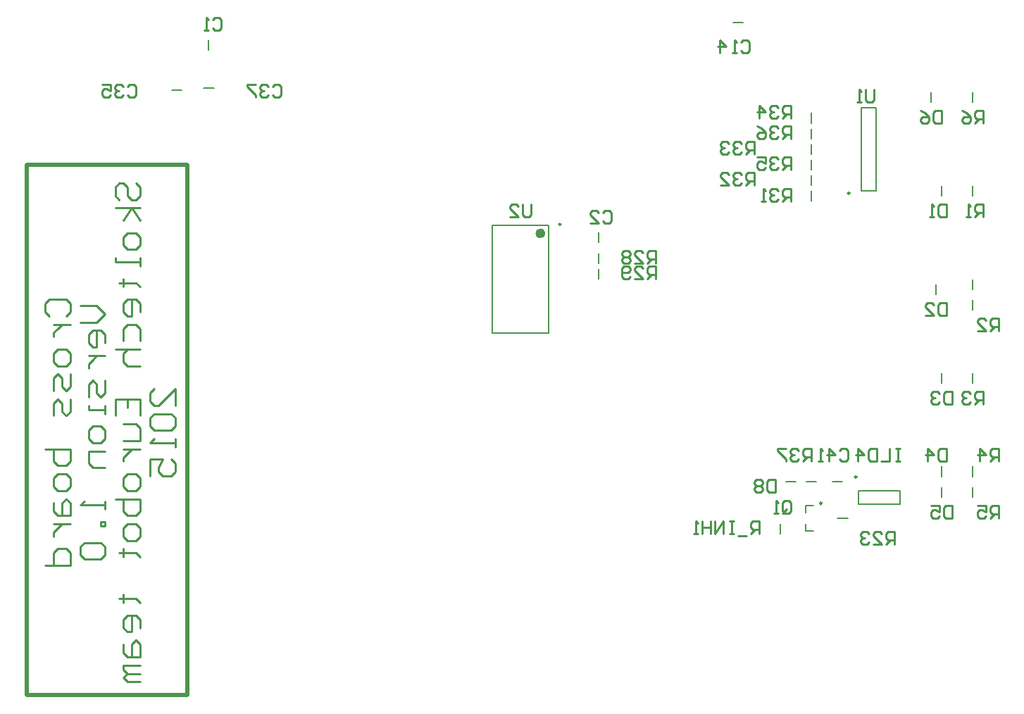
<source format=gbo>
G04 Layer_Color=32896*
%FSAX44Y44*%
%MOMM*%
G71*
G01*
G75*
%ADD17C,0.2540*%
%ADD18C,0.5000*%
%ADD35C,0.2500*%
%ADD36C,0.6000*%
%ADD37C,0.2000*%
D17*
X00606501Y00828330D02*
X00601502Y00833328D01*
Y00843325D01*
X00606501Y00848323D01*
X00626494D01*
X00631493Y00843325D01*
Y00833328D01*
X00626494Y00828330D01*
X00611499Y00818333D02*
X00631493D01*
X00621496D01*
X00616498Y00813335D01*
X00611499Y00808336D01*
Y00803338D01*
X00631493Y00783344D02*
Y00773347D01*
X00626494Y00768349D01*
X00616498D01*
X00611499Y00773347D01*
Y00783344D01*
X00616498Y00788343D01*
X00626494D01*
X00631493Y00783344D01*
Y00758352D02*
Y00743357D01*
X00626494Y00738359D01*
X00621496Y00743357D01*
Y00753354D01*
X00616498Y00758352D01*
X00611499Y00753354D01*
Y00738359D01*
X00631493Y00728362D02*
Y00713367D01*
X00626494Y00708369D01*
X00621496Y00713367D01*
Y00723364D01*
X00616498Y00728362D01*
X00611499Y00723364D01*
Y00708369D01*
X00601502Y00668382D02*
X00631493D01*
Y00653386D01*
X00626494Y00648388D01*
X00621496D01*
X00616498D01*
X00611499Y00653386D01*
Y00668382D01*
X00631493Y00633393D02*
Y00623396D01*
X00626494Y00618398D01*
X00616498D01*
X00611499Y00623396D01*
Y00633393D01*
X00616498Y00638391D01*
X00626494D01*
X00631493Y00633393D01*
X00611499Y00603402D02*
Y00593406D01*
X00616498Y00588407D01*
X00631493D01*
Y00603402D01*
X00626494Y00608401D01*
X00621496Y00603402D01*
Y00588407D01*
X00611499Y00578411D02*
X00631493D01*
X00621496D01*
X00616498Y00573412D01*
X00611499Y00568414D01*
Y00563415D01*
X00601502Y00528427D02*
X00631493D01*
Y00543422D01*
X00626494Y00548420D01*
X00616498D01*
X00611499Y00543422D01*
Y00528427D01*
X00643587Y00840826D02*
X00663580D01*
X00673577Y00830829D01*
X00663580Y00820832D01*
X00643587D01*
X00673577Y00795840D02*
Y00805837D01*
X00668579Y00810835D01*
X00658582D01*
X00653584Y00805837D01*
Y00795840D01*
X00658582Y00790842D01*
X00663580D01*
Y00810835D01*
X00653584Y00780845D02*
X00673577D01*
X00663580D01*
X00658582Y00775847D01*
X00653584Y00770848D01*
Y00765850D01*
X00673577Y00750855D02*
Y00735860D01*
X00668579Y00730861D01*
X00663580Y00735860D01*
Y00745856D01*
X00658582Y00750855D01*
X00653584Y00745856D01*
Y00730861D01*
X00673577Y00720864D02*
Y00710868D01*
Y00715866D01*
X00653584D01*
Y00720864D01*
X00673577Y00690874D02*
Y00680878D01*
X00668579Y00675879D01*
X00658582D01*
X00653584Y00680878D01*
Y00690874D01*
X00658582Y00695873D01*
X00668579D01*
X00673577Y00690874D01*
Y00665882D02*
X00653584D01*
Y00650887D01*
X00658582Y00645889D01*
X00673577D01*
Y00605902D02*
Y00595905D01*
Y00600903D01*
X00643587D01*
X00648585Y00605902D01*
X00673577Y00580910D02*
X00668579D01*
Y00575911D01*
X00673577D01*
Y00580910D01*
X00648585Y00555918D02*
X00643587Y00550919D01*
Y00540923D01*
X00648585Y00535924D01*
X00668579D01*
X00673577Y00540923D01*
Y00550919D01*
X00668579Y00555918D01*
X00648585D01*
X00690669Y00968284D02*
X00685671Y00973283D01*
Y00983279D01*
X00690669Y00988278D01*
X00695668D01*
X00700666Y00983279D01*
Y00973283D01*
X00705665Y00968284D01*
X00710663D01*
X00715661Y00973283D01*
Y00983279D01*
X00710663Y00988278D01*
X00715661Y00958288D02*
X00685671D01*
X00705665D02*
X00695668Y00943292D01*
X00705665Y00958288D02*
X00715661Y00943292D01*
Y00923299D02*
Y00913302D01*
X00710663Y00908304D01*
X00700666D01*
X00695668Y00913302D01*
Y00923299D01*
X00700666Y00928297D01*
X00710663D01*
X00715661Y00923299D01*
Y00898307D02*
Y00888310D01*
Y00893309D01*
X00685671D01*
Y00898307D01*
X00690669Y00868317D02*
X00695668D01*
Y00873315D01*
Y00863318D01*
Y00868317D01*
X00710663D01*
X00715661Y00863318D01*
Y00833328D02*
Y00843325D01*
X00710663Y00848323D01*
X00700666D01*
X00695668Y00843325D01*
Y00833328D01*
X00700666Y00828330D01*
X00705665D01*
Y00848323D01*
X00695668Y00798339D02*
Y00813335D01*
X00700666Y00818333D01*
X00710663D01*
X00715661Y00813335D01*
Y00798339D01*
X00685671Y00788343D02*
X00715661D01*
X00700666D01*
X00695668Y00783344D01*
Y00773347D01*
X00700666Y00768349D01*
X00715661D01*
X00685671Y00708369D02*
Y00728362D01*
X00715661D01*
Y00708369D01*
X00700666Y00728362D02*
Y00718365D01*
X00695668Y00698372D02*
X00710663D01*
X00715661Y00693373D01*
Y00678378D01*
X00695668D01*
Y00668382D02*
X00715661D01*
X00705665D01*
X00700666Y00663383D01*
X00695668Y00658385D01*
Y00653386D01*
X00715661Y00633393D02*
Y00623396D01*
X00710663Y00618398D01*
X00700666D01*
X00695668Y00623396D01*
Y00633393D01*
X00700666Y00638391D01*
X00710663D01*
X00715661Y00633393D01*
X00685671Y00608401D02*
X00715661D01*
Y00593406D01*
X00710663Y00588407D01*
X00705665D01*
X00700666D01*
X00695668Y00593406D01*
Y00608401D01*
X00715661Y00573412D02*
Y00563415D01*
X00710663Y00558417D01*
X00700666D01*
X00695668Y00563415D01*
Y00573412D01*
X00700666Y00578411D01*
X00710663D01*
X00715661Y00573412D01*
X00690669Y00543422D02*
X00695668D01*
Y00548420D01*
Y00538424D01*
Y00543422D01*
X00710663D01*
X00715661Y00538424D01*
X00690669Y00488440D02*
X00695668D01*
Y00493438D01*
Y00483441D01*
Y00488440D01*
X00710663D01*
X00715661Y00483441D01*
Y00453451D02*
Y00463448D01*
X00710663Y00468446D01*
X00700666D01*
X00695668Y00463448D01*
Y00453451D01*
X00700666Y00448453D01*
X00705665D01*
Y00468446D01*
X00695668Y00433457D02*
Y00423461D01*
X00700666Y00418462D01*
X00715661D01*
Y00433457D01*
X00710663Y00438456D01*
X00705665Y00433457D01*
Y00418462D01*
X00715661Y00408466D02*
X00695668D01*
Y00403467D01*
X00700666Y00398469D01*
X00715661D01*
X00700666D01*
X00695668Y00393470D01*
X00700666Y00388472D01*
X00715661D01*
X00757746Y00720864D02*
Y00740858D01*
X00737752Y00720864D01*
X00732754D01*
X00727756Y00725863D01*
Y00735860D01*
X00732754Y00740858D01*
Y00710868D02*
X00727756Y00705869D01*
Y00695873D01*
X00732754Y00690874D01*
X00752747D01*
X00757746Y00695873D01*
Y00705869D01*
X00752747Y00710868D01*
X00732754D01*
X00757746Y00680878D02*
Y00670881D01*
Y00675879D01*
X00727756D01*
X00732754Y00680878D01*
X00727756Y00635892D02*
Y00655885D01*
X00742751D01*
X00737752Y00645889D01*
Y00640890D01*
X00742751Y00635892D01*
X00752747D01*
X00757746Y00640890D01*
Y00650887D01*
X00752747Y00655885D01*
X01437593Y01157446D02*
X01440132Y01159985D01*
X01445211D01*
X01447750Y01157446D01*
Y01147289D01*
X01445211Y01144750D01*
X01440132D01*
X01437593Y01147289D01*
X01432515Y01144750D02*
X01427437D01*
X01429976D01*
Y01159985D01*
X01432515Y01157446D01*
X01412202Y01144750D02*
Y01159985D01*
X01419819Y01152368D01*
X01409662D01*
X00875093Y01104196D02*
X00877633Y01106735D01*
X00882711D01*
X00885250Y01104196D01*
Y01094039D01*
X00882711Y01091500D01*
X00877633D01*
X00875093Y01094039D01*
X00870015Y01104196D02*
X00867476Y01106735D01*
X00862397D01*
X00859858Y01104196D01*
Y01101657D01*
X00862397Y01099118D01*
X00864937D01*
X00862397D01*
X00859858Y01096578D01*
Y01094039D01*
X00862397Y01091500D01*
X00867476D01*
X00870015Y01094039D01*
X00854780Y01106735D02*
X00844623D01*
Y01104196D01*
X00854780Y01094039D01*
Y01091500D01*
X00700093Y01104196D02*
X00702633Y01106735D01*
X00707711D01*
X00710250Y01104196D01*
Y01094039D01*
X00707711Y01091500D01*
X00702633D01*
X00700093Y01094039D01*
X00695015Y01104196D02*
X00692476Y01106735D01*
X00687397D01*
X00684858Y01104196D01*
Y01101657D01*
X00687397Y01099118D01*
X00689937D01*
X00687397D01*
X00684858Y01096578D01*
Y01094039D01*
X00687397Y01091500D01*
X00692476D01*
X00695015Y01094039D01*
X00669623Y01106735D02*
X00679780D01*
Y01099118D01*
X00674702Y01101657D01*
X00672162D01*
X00669623Y01099118D01*
Y01094039D01*
X00672162Y01091500D01*
X00677241D01*
X00679780Y01094039D01*
X01747750Y00654000D02*
Y00669235D01*
X01740132D01*
X01737593Y00666696D01*
Y00661618D01*
X01740132Y00659078D01*
X01747750D01*
X01742672D02*
X01737593Y00654000D01*
X01724897D02*
Y00669235D01*
X01732515Y00661618D01*
X01722358D01*
X01185250Y00962985D02*
Y00950289D01*
X01182711Y00947750D01*
X01177633D01*
X01175093Y00950289D01*
Y00962985D01*
X01159858Y00947750D02*
X01170015D01*
X01159858Y00957907D01*
Y00960446D01*
X01162397Y00962985D01*
X01167476D01*
X01170015Y00960446D01*
X01597750Y01100485D02*
Y01087789D01*
X01595211Y01085250D01*
X01590132D01*
X01587593Y01087789D01*
Y01100485D01*
X01582515Y01085250D02*
X01577437D01*
X01579976D01*
Y01100485D01*
X01582515Y01097946D01*
X01460250Y00566500D02*
Y00581735D01*
X01452632D01*
X01450093Y00579196D01*
Y00574118D01*
X01452632Y00571578D01*
X01460250D01*
X01455172D02*
X01450093Y00566500D01*
X01445015Y00563961D02*
X01434858D01*
X01429780Y00581735D02*
X01424702D01*
X01427241D01*
Y00566500D01*
X01429780D01*
X01424702D01*
X01417084D02*
Y00581735D01*
X01406927Y00566500D01*
Y00581735D01*
X01401849D02*
Y00566500D01*
Y00574118D01*
X01391692D01*
Y00581735D01*
Y00566500D01*
X01386614D02*
X01381535D01*
X01384075D01*
Y00581735D01*
X01386614Y00579196D01*
X01335250Y00891500D02*
Y00906735D01*
X01327632D01*
X01325093Y00904196D01*
Y00899118D01*
X01327632Y00896578D01*
X01335250D01*
X01330172D02*
X01325093Y00891500D01*
X01309858D02*
X01320015D01*
X01309858Y00901657D01*
Y00904196D01*
X01312397Y00906735D01*
X01317476D01*
X01320015Y00904196D01*
X01304780D02*
X01302241Y00906735D01*
X01297162D01*
X01294623Y00904196D01*
Y00901657D01*
X01297162Y00899118D01*
X01294623Y00896578D01*
Y00894039D01*
X01297162Y00891500D01*
X01302241D01*
X01304780Y00894039D01*
Y00896578D01*
X01302241Y00899118D01*
X01304780Y00901657D01*
Y00904196D01*
X01302241Y00899118D02*
X01297162D01*
X01335250Y00872750D02*
Y00887985D01*
X01327632D01*
X01325093Y00885446D01*
Y00880368D01*
X01327632Y00877828D01*
X01335250D01*
X01330172D02*
X01325093Y00872750D01*
X01309858D02*
X01320015D01*
X01309858Y00882907D01*
Y00885446D01*
X01312397Y00887985D01*
X01317476D01*
X01320015Y00885446D01*
X01304780Y00875289D02*
X01302241Y00872750D01*
X01297162D01*
X01294623Y00875289D01*
Y00885446D01*
X01297162Y00887985D01*
X01302241D01*
X01304780Y00885446D01*
Y00882907D01*
X01302241Y00880368D01*
X01294623D01*
X01522750Y00654000D02*
Y00669235D01*
X01515132D01*
X01512593Y00666696D01*
Y00661618D01*
X01515132Y00659078D01*
X01522750D01*
X01517672D02*
X01512593Y00654000D01*
X01507515Y00666696D02*
X01504976Y00669235D01*
X01499897D01*
X01497358Y00666696D01*
Y00664157D01*
X01499897Y00661618D01*
X01502437D01*
X01499897D01*
X01497358Y00659078D01*
Y00656539D01*
X01499897Y00654000D01*
X01504976D01*
X01507515Y00656539D01*
X01492280Y00669235D02*
X01482123D01*
Y00666696D01*
X01492280Y00656539D01*
Y00654000D01*
X01497750Y01041500D02*
Y01056735D01*
X01490132D01*
X01487593Y01054196D01*
Y01049118D01*
X01490132Y01046578D01*
X01497750D01*
X01492672D02*
X01487593Y01041500D01*
X01482515Y01054196D02*
X01479976Y01056735D01*
X01474897D01*
X01472358Y01054196D01*
Y01051657D01*
X01474897Y01049118D01*
X01477437D01*
X01474897D01*
X01472358Y01046578D01*
Y01044039D01*
X01474897Y01041500D01*
X01479976D01*
X01482515Y01044039D01*
X01457123Y01056735D02*
X01462202Y01054196D01*
X01467280Y01049118D01*
Y01044039D01*
X01464741Y01041500D01*
X01459662D01*
X01457123Y01044039D01*
Y01046578D01*
X01459662Y01049118D01*
X01467280D01*
X01497750Y01004000D02*
Y01019235D01*
X01490132D01*
X01487593Y01016696D01*
Y01011618D01*
X01490132Y01009078D01*
X01497750D01*
X01492672D02*
X01487593Y01004000D01*
X01482515Y01016696D02*
X01479976Y01019235D01*
X01474897D01*
X01472358Y01016696D01*
Y01014157D01*
X01474897Y01011618D01*
X01477437D01*
X01474897D01*
X01472358Y01009078D01*
Y01006539D01*
X01474897Y01004000D01*
X01479976D01*
X01482515Y01006539D01*
X01457123Y01019235D02*
X01467280D01*
Y01011618D01*
X01462202Y01014157D01*
X01459662D01*
X01457123Y01011618D01*
Y01006539D01*
X01459662Y01004000D01*
X01464741D01*
X01467280Y01006539D01*
X01497750Y01066500D02*
Y01081735D01*
X01490132D01*
X01487593Y01079196D01*
Y01074118D01*
X01490132Y01071578D01*
X01497750D01*
X01492672D02*
X01487593Y01066500D01*
X01482515Y01079196D02*
X01479976Y01081735D01*
X01474897D01*
X01472358Y01079196D01*
Y01076657D01*
X01474897Y01074118D01*
X01477437D01*
X01474897D01*
X01472358Y01071578D01*
Y01069039D01*
X01474897Y01066500D01*
X01479976D01*
X01482515Y01069039D01*
X01459662Y01066500D02*
Y01081735D01*
X01467280Y01074118D01*
X01457123D01*
X01454000Y00985250D02*
Y01000485D01*
X01446382D01*
X01443843Y00997946D01*
Y00992868D01*
X01446382Y00990328D01*
X01454000D01*
X01448922D02*
X01443843Y00985250D01*
X01438765Y00997946D02*
X01436226Y01000485D01*
X01431147D01*
X01428608Y00997946D01*
Y00995407D01*
X01431147Y00992868D01*
X01433687D01*
X01431147D01*
X01428608Y00990328D01*
Y00987789D01*
X01431147Y00985250D01*
X01436226D01*
X01438765Y00987789D01*
X01413373Y00985250D02*
X01423530D01*
X01413373Y00995407D01*
Y00997946D01*
X01415912Y01000485D01*
X01420991D01*
X01423530Y00997946D01*
X01454000Y01022750D02*
Y01037985D01*
X01446382D01*
X01443843Y01035446D01*
Y01030368D01*
X01446382Y01027828D01*
X01454000D01*
X01448922D02*
X01443843Y01022750D01*
X01438765Y01035446D02*
X01436226Y01037985D01*
X01431147D01*
X01428608Y01035446D01*
Y01032907D01*
X01431147Y01030368D01*
X01433687D01*
X01431147D01*
X01428608Y01027828D01*
Y01025289D01*
X01431147Y01022750D01*
X01436226D01*
X01438765Y01025289D01*
X01423530Y01035446D02*
X01420991Y01037985D01*
X01415912D01*
X01413373Y01035446D01*
Y01032907D01*
X01415912Y01030368D01*
X01418452D01*
X01415912D01*
X01413373Y01027828D01*
Y01025289D01*
X01415912Y01022750D01*
X01420991D01*
X01423530Y01025289D01*
X01497750Y00966500D02*
Y00981735D01*
X01490132D01*
X01487593Y00979196D01*
Y00974118D01*
X01490132Y00971578D01*
X01497750D01*
X01492672D02*
X01487593Y00966500D01*
X01482515Y00979196D02*
X01479976Y00981735D01*
X01474897D01*
X01472358Y00979196D01*
Y00976657D01*
X01474897Y00974118D01*
X01477437D01*
X01474897D01*
X01472358Y00971578D01*
Y00969039D01*
X01474897Y00966500D01*
X01479976D01*
X01482515Y00969039D01*
X01467280Y00966500D02*
X01462202D01*
X01464741D01*
Y00981735D01*
X01467280Y00979196D01*
X01622750Y00554000D02*
Y00569235D01*
X01615132D01*
X01612593Y00566696D01*
Y00561618D01*
X01615132Y00559078D01*
X01622750D01*
X01617672D02*
X01612593Y00554000D01*
X01597358D02*
X01607515D01*
X01597358Y00564157D01*
Y00566696D01*
X01599897Y00569235D01*
X01604976D01*
X01607515Y00566696D01*
X01592280D02*
X01589741Y00569235D01*
X01584662D01*
X01582123Y00566696D01*
Y00564157D01*
X01584662Y00561618D01*
X01587202D01*
X01584662D01*
X01582123Y00559078D01*
Y00556539D01*
X01584662Y00554000D01*
X01589741D01*
X01592280Y00556539D01*
X01729000Y01060250D02*
Y01075485D01*
X01721382D01*
X01718843Y01072946D01*
Y01067868D01*
X01721382Y01065328D01*
X01729000D01*
X01723922D02*
X01718843Y01060250D01*
X01703608Y01075485D02*
X01708687Y01072946D01*
X01713765Y01067868D01*
Y01062789D01*
X01711226Y01060250D01*
X01706147D01*
X01703608Y01062789D01*
Y01065328D01*
X01706147Y01067868D01*
X01713765D01*
X01747750Y00585250D02*
Y00600485D01*
X01740132D01*
X01737593Y00597946D01*
Y00592868D01*
X01740132Y00590328D01*
X01747750D01*
X01742672D02*
X01737593Y00585250D01*
X01722358Y00600485D02*
X01732515D01*
Y00592868D01*
X01727437Y00595407D01*
X01724897D01*
X01722358Y00592868D01*
Y00587789D01*
X01724897Y00585250D01*
X01729976D01*
X01732515Y00587789D01*
X01729000Y00722750D02*
Y00737985D01*
X01721382D01*
X01718843Y00735446D01*
Y00730368D01*
X01721382Y00727828D01*
X01729000D01*
X01723922D02*
X01718843Y00722750D01*
X01713765Y00735446D02*
X01711226Y00737985D01*
X01706147D01*
X01703608Y00735446D01*
Y00732907D01*
X01706147Y00730368D01*
X01708687D01*
X01706147D01*
X01703608Y00727828D01*
Y00725289D01*
X01706147Y00722750D01*
X01711226D01*
X01713765Y00725289D01*
X01747750Y00810250D02*
Y00825485D01*
X01740132D01*
X01737593Y00822946D01*
Y00817868D01*
X01740132Y00815328D01*
X01747750D01*
X01742672D02*
X01737593Y00810250D01*
X01722358D02*
X01732515D01*
X01722358Y00820407D01*
Y00822946D01*
X01724897Y00825485D01*
X01729976D01*
X01732515Y00822946D01*
X01729000Y00947750D02*
Y00962985D01*
X01721382D01*
X01718843Y00960446D01*
Y00955368D01*
X01721382Y00952828D01*
X01729000D01*
X01723922D02*
X01718843Y00947750D01*
X01713765D02*
X01708687D01*
X01711226D01*
Y00962985D01*
X01713765Y00960446D01*
X01629000Y00669235D02*
X01623922D01*
X01626461D01*
Y00654000D01*
X01629000D01*
X01623922D01*
X01616304Y00669235D02*
Y00654000D01*
X01606147D01*
X01601069Y00669235D02*
Y00654000D01*
X01593452D01*
X01590912Y00656539D01*
Y00666696D01*
X01593452Y00669235D01*
X01601069D01*
X01578216Y00654000D02*
Y00669235D01*
X01585834Y00661618D01*
X01575677D01*
X01479000Y00631735D02*
Y00616500D01*
X01471382D01*
X01468843Y00619039D01*
Y00629196D01*
X01471382Y00631735D01*
X01479000D01*
X01463765Y00629196D02*
X01461226Y00631735D01*
X01456147D01*
X01453608Y00629196D01*
Y00626657D01*
X01456147Y00624118D01*
X01453608Y00621578D01*
Y00619039D01*
X01456147Y00616500D01*
X01461226D01*
X01463765Y00619039D01*
Y00621578D01*
X01461226Y00624118D01*
X01463765Y00626657D01*
Y00629196D01*
X01461226Y00624118D02*
X01456147D01*
X01679000Y01075485D02*
Y01060250D01*
X01671382D01*
X01668843Y01062789D01*
Y01072946D01*
X01671382Y01075485D01*
X01679000D01*
X01653608D02*
X01658687Y01072946D01*
X01663765Y01067868D01*
Y01062789D01*
X01661226Y01060250D01*
X01656147D01*
X01653608Y01062789D01*
Y01065328D01*
X01656147Y01067868D01*
X01663765D01*
X01691500Y00600485D02*
Y00585250D01*
X01683882D01*
X01681343Y00587789D01*
Y00597946D01*
X01683882Y00600485D01*
X01691500D01*
X01666108D02*
X01676265D01*
Y00592868D01*
X01671187Y00595407D01*
X01668647D01*
X01666108Y00592868D01*
Y00587789D01*
X01668647Y00585250D01*
X01673726D01*
X01676265Y00587789D01*
X01685250Y00669235D02*
Y00654000D01*
X01677632D01*
X01675093Y00656539D01*
Y00666696D01*
X01677632Y00669235D01*
X01685250D01*
X01662397Y00654000D02*
Y00669235D01*
X01670015Y00661618D01*
X01659858D01*
X01691500Y00737985D02*
Y00722750D01*
X01683882D01*
X01681343Y00725289D01*
Y00735446D01*
X01683882Y00737985D01*
X01691500D01*
X01676265Y00735446D02*
X01673726Y00737985D01*
X01668647D01*
X01666108Y00735446D01*
Y00732907D01*
X01668647Y00730368D01*
X01671187D01*
X01668647D01*
X01666108Y00727828D01*
Y00725289D01*
X01668647Y00722750D01*
X01673726D01*
X01676265Y00725289D01*
X01685250Y00844235D02*
Y00829000D01*
X01677632D01*
X01675093Y00831539D01*
Y00841696D01*
X01677632Y00844235D01*
X01685250D01*
X01659858Y00829000D02*
X01670015D01*
X01659858Y00839157D01*
Y00841696D01*
X01662397Y00844235D01*
X01667476D01*
X01670015Y00841696D01*
X01685250Y00962985D02*
Y00947750D01*
X01677632D01*
X01675093Y00950289D01*
Y00960446D01*
X01677632Y00962985D01*
X01685250D01*
X01670015Y00947750D02*
X01664937D01*
X01667476D01*
Y00962985D01*
X01670015Y00960446D01*
X01556343Y00666696D02*
X01558882Y00669235D01*
X01563961D01*
X01566500Y00666696D01*
Y00656539D01*
X01563961Y00654000D01*
X01558882D01*
X01556343Y00656539D01*
X01543647Y00654000D02*
Y00669235D01*
X01551265Y00661618D01*
X01541108D01*
X01536030Y00654000D02*
X01530952D01*
X01533491D01*
Y00669235D01*
X01536030Y00666696D01*
X01271781Y00952996D02*
X01274321Y00955535D01*
X01279399D01*
X01281938Y00952996D01*
Y00942839D01*
X01279399Y00940300D01*
X01274321D01*
X01271781Y00942839D01*
X01256546Y00940300D02*
X01266703D01*
X01256546Y00950457D01*
Y00952996D01*
X01259085Y00955535D01*
X01264164D01*
X01266703Y00952996D01*
X00803051Y01184206D02*
X00805591Y01186745D01*
X00810669D01*
X00813208Y01184206D01*
Y01174049D01*
X00810669Y01171510D01*
X00805591D01*
X00803051Y01174049D01*
X00797973Y01171510D02*
X00792895D01*
X00795434D01*
Y01186745D01*
X00797973Y01184206D01*
X01487593Y00594039D02*
Y00604196D01*
X01490132Y00606735D01*
X01495211D01*
X01497750Y00604196D01*
Y00594039D01*
X01495211Y00591500D01*
X01490132D01*
X01492672Y00596578D02*
X01487593Y00591500D01*
X01490132D02*
X01487593Y00594039D01*
X01482515Y00591500D02*
X01477437D01*
X01479976D01*
Y00606735D01*
X01482515Y00604196D01*
D18*
X00579000Y00372750D02*
Y01010250D01*
Y00372750D02*
X00772750D01*
Y00571188D02*
Y00830563D01*
X00579000Y01010250D02*
X00772750D01*
Y00372750D02*
Y00571188D01*
Y00830563D02*
Y01010250D01*
D35*
X01535250Y00603250D02*
G03*
X01535250Y00603250I-00001250J00000000D01*
G01*
X01221500Y00938650D02*
G03*
X01221500Y00938650I-00001250J00000000D01*
G01*
X01577200Y00634750D02*
G03*
X01577200Y00634750I-00001250J00000000D01*
G01*
X01568750Y00976050D02*
G03*
X01568750Y00976050I-00001250J00000000D01*
G01*
D36*
X01199750Y00927750D02*
G03*
X01199750Y00927750I-00003000J00000000D01*
G01*
D37*
X01428750Y01181250D02*
X01440750D01*
X00753750Y01100000D02*
X00765750D01*
X00792250Y01102750D02*
X00804250D01*
X01716500Y00635500D02*
Y00647500D01*
X01266500Y00891750D02*
Y00903750D01*
Y00873000D02*
Y00885000D01*
X01716500Y01085500D02*
Y01097500D01*
Y00610500D02*
Y00622500D01*
Y00748000D02*
Y00760000D01*
Y00835500D02*
Y00847500D01*
Y00973000D02*
Y00985000D01*
X01666500Y01085500D02*
Y01097500D01*
X01679000Y00610500D02*
Y00622500D01*
Y00635500D02*
Y00647500D01*
Y00748000D02*
Y00760000D01*
X01672750Y00854250D02*
Y00866250D01*
X01679000Y00973000D02*
Y00985000D01*
X01716500Y00860500D02*
Y00872500D01*
X01266500Y00916750D02*
Y00928750D01*
X00797750Y01148000D02*
Y01160000D01*
X01515750Y00570250D02*
Y00578250D01*
Y00570250D02*
X01524750D01*
X01515750Y00592250D02*
Y00600250D01*
X01524750D01*
X01206750Y00807750D02*
Y00937750D01*
X01138750Y00807750D02*
Y00937750D01*
X01206750D01*
X01138750Y00807750D02*
X01206750D01*
X01516750Y00629000D02*
X01528750D01*
X01491750Y00629000D02*
X01503750D01*
X01548000Y00629000D02*
X01560000D01*
X01629000Y00602250D02*
Y00618250D01*
X01579000Y00602250D02*
Y00618250D01*
Y00602250D02*
X01629000D01*
X01579000Y00618250D02*
X01629000D01*
X01554250Y00585250D02*
X01566250D01*
X01485250Y00566750D02*
Y00578750D01*
X01582500Y01079000D02*
X01600500D01*
X01582500Y00979000D02*
X01600500D01*
Y01079000D01*
X01582500Y00979000D02*
Y01079000D01*
X01522750Y01004250D02*
Y01016250D01*
X01522750Y01060500D02*
Y01072500D01*
X01522750Y01041750D02*
Y01053750D01*
Y01023000D02*
Y01035000D01*
Y00985500D02*
Y00997500D01*
Y00966750D02*
Y00978750D01*
M02*

</source>
